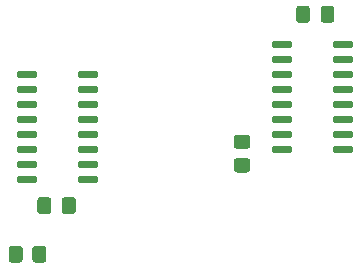
<source format=gbr>
%TF.GenerationSoftware,KiCad,Pcbnew,(5.1.8)-1*%
%TF.CreationDate,2025-07-04T22:22:32+03:00*%
%TF.ProjectId,MUX8x1-1bit,4d555838-7831-42d3-9162-69742e6b6963,rev?*%
%TF.SameCoordinates,Original*%
%TF.FileFunction,Paste,Top*%
%TF.FilePolarity,Positive*%
%FSLAX46Y46*%
G04 Gerber Fmt 4.6, Leading zero omitted, Abs format (unit mm)*
G04 Created by KiCad (PCBNEW (5.1.8)-1) date 2025-07-04 22:22:32*
%MOMM*%
%LPD*%
G01*
G04 APERTURE LIST*
G04 APERTURE END LIST*
%TO.C,R2*%
G36*
G01*
X79940999Y-43310000D02*
X80841001Y-43310000D01*
G75*
G02*
X81091000Y-43559999I0J-249999D01*
G01*
X81091000Y-44260001D01*
G75*
G02*
X80841001Y-44510000I-249999J0D01*
G01*
X79940999Y-44510000D01*
G75*
G02*
X79691000Y-44260001I0J249999D01*
G01*
X79691000Y-43559999D01*
G75*
G02*
X79940999Y-43310000I249999J0D01*
G01*
G37*
G36*
G01*
X79940999Y-41310000D02*
X80841001Y-41310000D01*
G75*
G02*
X81091000Y-41559999I0J-249999D01*
G01*
X81091000Y-42260001D01*
G75*
G02*
X80841001Y-42510000I-249999J0D01*
G01*
X79940999Y-42510000D01*
G75*
G02*
X79691000Y-42260001I0J249999D01*
G01*
X79691000Y-41559999D01*
G75*
G02*
X79940999Y-41310000I249999J0D01*
G01*
G37*
%TD*%
%TO.C,R1*%
G36*
G01*
X62630000Y-51885001D02*
X62630000Y-50984999D01*
G75*
G02*
X62879999Y-50735000I249999J0D01*
G01*
X63580001Y-50735000D01*
G75*
G02*
X63830000Y-50984999I0J-249999D01*
G01*
X63830000Y-51885001D01*
G75*
G02*
X63580001Y-52135000I-249999J0D01*
G01*
X62879999Y-52135000D01*
G75*
G02*
X62630000Y-51885001I0J249999D01*
G01*
G37*
G36*
G01*
X60630000Y-51885001D02*
X60630000Y-50984999D01*
G75*
G02*
X60879999Y-50735000I249999J0D01*
G01*
X61580001Y-50735000D01*
G75*
G02*
X61830000Y-50984999I0J-249999D01*
G01*
X61830000Y-51885001D01*
G75*
G02*
X61580001Y-52135000I-249999J0D01*
G01*
X60879999Y-52135000D01*
G75*
G02*
X60630000Y-51885001I0J249999D01*
G01*
G37*
%TD*%
%TO.C,U2*%
G36*
G01*
X88060000Y-33805000D02*
X88060000Y-33505000D01*
G75*
G02*
X88210000Y-33355000I150000J0D01*
G01*
X89660000Y-33355000D01*
G75*
G02*
X89810000Y-33505000I0J-150000D01*
G01*
X89810000Y-33805000D01*
G75*
G02*
X89660000Y-33955000I-150000J0D01*
G01*
X88210000Y-33955000D01*
G75*
G02*
X88060000Y-33805000I0J150000D01*
G01*
G37*
G36*
G01*
X88060000Y-35075000D02*
X88060000Y-34775000D01*
G75*
G02*
X88210000Y-34625000I150000J0D01*
G01*
X89660000Y-34625000D01*
G75*
G02*
X89810000Y-34775000I0J-150000D01*
G01*
X89810000Y-35075000D01*
G75*
G02*
X89660000Y-35225000I-150000J0D01*
G01*
X88210000Y-35225000D01*
G75*
G02*
X88060000Y-35075000I0J150000D01*
G01*
G37*
G36*
G01*
X88060000Y-36345000D02*
X88060000Y-36045000D01*
G75*
G02*
X88210000Y-35895000I150000J0D01*
G01*
X89660000Y-35895000D01*
G75*
G02*
X89810000Y-36045000I0J-150000D01*
G01*
X89810000Y-36345000D01*
G75*
G02*
X89660000Y-36495000I-150000J0D01*
G01*
X88210000Y-36495000D01*
G75*
G02*
X88060000Y-36345000I0J150000D01*
G01*
G37*
G36*
G01*
X88060000Y-37615000D02*
X88060000Y-37315000D01*
G75*
G02*
X88210000Y-37165000I150000J0D01*
G01*
X89660000Y-37165000D01*
G75*
G02*
X89810000Y-37315000I0J-150000D01*
G01*
X89810000Y-37615000D01*
G75*
G02*
X89660000Y-37765000I-150000J0D01*
G01*
X88210000Y-37765000D01*
G75*
G02*
X88060000Y-37615000I0J150000D01*
G01*
G37*
G36*
G01*
X88060000Y-38885000D02*
X88060000Y-38585000D01*
G75*
G02*
X88210000Y-38435000I150000J0D01*
G01*
X89660000Y-38435000D01*
G75*
G02*
X89810000Y-38585000I0J-150000D01*
G01*
X89810000Y-38885000D01*
G75*
G02*
X89660000Y-39035000I-150000J0D01*
G01*
X88210000Y-39035000D01*
G75*
G02*
X88060000Y-38885000I0J150000D01*
G01*
G37*
G36*
G01*
X88060000Y-40155000D02*
X88060000Y-39855000D01*
G75*
G02*
X88210000Y-39705000I150000J0D01*
G01*
X89660000Y-39705000D01*
G75*
G02*
X89810000Y-39855000I0J-150000D01*
G01*
X89810000Y-40155000D01*
G75*
G02*
X89660000Y-40305000I-150000J0D01*
G01*
X88210000Y-40305000D01*
G75*
G02*
X88060000Y-40155000I0J150000D01*
G01*
G37*
G36*
G01*
X88060000Y-41425000D02*
X88060000Y-41125000D01*
G75*
G02*
X88210000Y-40975000I150000J0D01*
G01*
X89660000Y-40975000D01*
G75*
G02*
X89810000Y-41125000I0J-150000D01*
G01*
X89810000Y-41425000D01*
G75*
G02*
X89660000Y-41575000I-150000J0D01*
G01*
X88210000Y-41575000D01*
G75*
G02*
X88060000Y-41425000I0J150000D01*
G01*
G37*
G36*
G01*
X88060000Y-42695000D02*
X88060000Y-42395000D01*
G75*
G02*
X88210000Y-42245000I150000J0D01*
G01*
X89660000Y-42245000D01*
G75*
G02*
X89810000Y-42395000I0J-150000D01*
G01*
X89810000Y-42695000D01*
G75*
G02*
X89660000Y-42845000I-150000J0D01*
G01*
X88210000Y-42845000D01*
G75*
G02*
X88060000Y-42695000I0J150000D01*
G01*
G37*
G36*
G01*
X82910000Y-42695000D02*
X82910000Y-42395000D01*
G75*
G02*
X83060000Y-42245000I150000J0D01*
G01*
X84510000Y-42245000D01*
G75*
G02*
X84660000Y-42395000I0J-150000D01*
G01*
X84660000Y-42695000D01*
G75*
G02*
X84510000Y-42845000I-150000J0D01*
G01*
X83060000Y-42845000D01*
G75*
G02*
X82910000Y-42695000I0J150000D01*
G01*
G37*
G36*
G01*
X82910000Y-41425000D02*
X82910000Y-41125000D01*
G75*
G02*
X83060000Y-40975000I150000J0D01*
G01*
X84510000Y-40975000D01*
G75*
G02*
X84660000Y-41125000I0J-150000D01*
G01*
X84660000Y-41425000D01*
G75*
G02*
X84510000Y-41575000I-150000J0D01*
G01*
X83060000Y-41575000D01*
G75*
G02*
X82910000Y-41425000I0J150000D01*
G01*
G37*
G36*
G01*
X82910000Y-40155000D02*
X82910000Y-39855000D01*
G75*
G02*
X83060000Y-39705000I150000J0D01*
G01*
X84510000Y-39705000D01*
G75*
G02*
X84660000Y-39855000I0J-150000D01*
G01*
X84660000Y-40155000D01*
G75*
G02*
X84510000Y-40305000I-150000J0D01*
G01*
X83060000Y-40305000D01*
G75*
G02*
X82910000Y-40155000I0J150000D01*
G01*
G37*
G36*
G01*
X82910000Y-38885000D02*
X82910000Y-38585000D01*
G75*
G02*
X83060000Y-38435000I150000J0D01*
G01*
X84510000Y-38435000D01*
G75*
G02*
X84660000Y-38585000I0J-150000D01*
G01*
X84660000Y-38885000D01*
G75*
G02*
X84510000Y-39035000I-150000J0D01*
G01*
X83060000Y-39035000D01*
G75*
G02*
X82910000Y-38885000I0J150000D01*
G01*
G37*
G36*
G01*
X82910000Y-37615000D02*
X82910000Y-37315000D01*
G75*
G02*
X83060000Y-37165000I150000J0D01*
G01*
X84510000Y-37165000D01*
G75*
G02*
X84660000Y-37315000I0J-150000D01*
G01*
X84660000Y-37615000D01*
G75*
G02*
X84510000Y-37765000I-150000J0D01*
G01*
X83060000Y-37765000D01*
G75*
G02*
X82910000Y-37615000I0J150000D01*
G01*
G37*
G36*
G01*
X82910000Y-36345000D02*
X82910000Y-36045000D01*
G75*
G02*
X83060000Y-35895000I150000J0D01*
G01*
X84510000Y-35895000D01*
G75*
G02*
X84660000Y-36045000I0J-150000D01*
G01*
X84660000Y-36345000D01*
G75*
G02*
X84510000Y-36495000I-150000J0D01*
G01*
X83060000Y-36495000D01*
G75*
G02*
X82910000Y-36345000I0J150000D01*
G01*
G37*
G36*
G01*
X82910000Y-35075000D02*
X82910000Y-34775000D01*
G75*
G02*
X83060000Y-34625000I150000J0D01*
G01*
X84510000Y-34625000D01*
G75*
G02*
X84660000Y-34775000I0J-150000D01*
G01*
X84660000Y-35075000D01*
G75*
G02*
X84510000Y-35225000I-150000J0D01*
G01*
X83060000Y-35225000D01*
G75*
G02*
X82910000Y-35075000I0J150000D01*
G01*
G37*
G36*
G01*
X82910000Y-33805000D02*
X82910000Y-33505000D01*
G75*
G02*
X83060000Y-33355000I150000J0D01*
G01*
X84510000Y-33355000D01*
G75*
G02*
X84660000Y-33505000I0J-150000D01*
G01*
X84660000Y-33805000D01*
G75*
G02*
X84510000Y-33955000I-150000J0D01*
G01*
X83060000Y-33955000D01*
G75*
G02*
X82910000Y-33805000I0J150000D01*
G01*
G37*
%TD*%
%TO.C,U1*%
G36*
G01*
X66470000Y-36345000D02*
X66470000Y-36045000D01*
G75*
G02*
X66620000Y-35895000I150000J0D01*
G01*
X68070000Y-35895000D01*
G75*
G02*
X68220000Y-36045000I0J-150000D01*
G01*
X68220000Y-36345000D01*
G75*
G02*
X68070000Y-36495000I-150000J0D01*
G01*
X66620000Y-36495000D01*
G75*
G02*
X66470000Y-36345000I0J150000D01*
G01*
G37*
G36*
G01*
X66470000Y-37615000D02*
X66470000Y-37315000D01*
G75*
G02*
X66620000Y-37165000I150000J0D01*
G01*
X68070000Y-37165000D01*
G75*
G02*
X68220000Y-37315000I0J-150000D01*
G01*
X68220000Y-37615000D01*
G75*
G02*
X68070000Y-37765000I-150000J0D01*
G01*
X66620000Y-37765000D01*
G75*
G02*
X66470000Y-37615000I0J150000D01*
G01*
G37*
G36*
G01*
X66470000Y-38885000D02*
X66470000Y-38585000D01*
G75*
G02*
X66620000Y-38435000I150000J0D01*
G01*
X68070000Y-38435000D01*
G75*
G02*
X68220000Y-38585000I0J-150000D01*
G01*
X68220000Y-38885000D01*
G75*
G02*
X68070000Y-39035000I-150000J0D01*
G01*
X66620000Y-39035000D01*
G75*
G02*
X66470000Y-38885000I0J150000D01*
G01*
G37*
G36*
G01*
X66470000Y-40155000D02*
X66470000Y-39855000D01*
G75*
G02*
X66620000Y-39705000I150000J0D01*
G01*
X68070000Y-39705000D01*
G75*
G02*
X68220000Y-39855000I0J-150000D01*
G01*
X68220000Y-40155000D01*
G75*
G02*
X68070000Y-40305000I-150000J0D01*
G01*
X66620000Y-40305000D01*
G75*
G02*
X66470000Y-40155000I0J150000D01*
G01*
G37*
G36*
G01*
X66470000Y-41425000D02*
X66470000Y-41125000D01*
G75*
G02*
X66620000Y-40975000I150000J0D01*
G01*
X68070000Y-40975000D01*
G75*
G02*
X68220000Y-41125000I0J-150000D01*
G01*
X68220000Y-41425000D01*
G75*
G02*
X68070000Y-41575000I-150000J0D01*
G01*
X66620000Y-41575000D01*
G75*
G02*
X66470000Y-41425000I0J150000D01*
G01*
G37*
G36*
G01*
X66470000Y-42695000D02*
X66470000Y-42395000D01*
G75*
G02*
X66620000Y-42245000I150000J0D01*
G01*
X68070000Y-42245000D01*
G75*
G02*
X68220000Y-42395000I0J-150000D01*
G01*
X68220000Y-42695000D01*
G75*
G02*
X68070000Y-42845000I-150000J0D01*
G01*
X66620000Y-42845000D01*
G75*
G02*
X66470000Y-42695000I0J150000D01*
G01*
G37*
G36*
G01*
X66470000Y-43965000D02*
X66470000Y-43665000D01*
G75*
G02*
X66620000Y-43515000I150000J0D01*
G01*
X68070000Y-43515000D01*
G75*
G02*
X68220000Y-43665000I0J-150000D01*
G01*
X68220000Y-43965000D01*
G75*
G02*
X68070000Y-44115000I-150000J0D01*
G01*
X66620000Y-44115000D01*
G75*
G02*
X66470000Y-43965000I0J150000D01*
G01*
G37*
G36*
G01*
X66470000Y-45235000D02*
X66470000Y-44935000D01*
G75*
G02*
X66620000Y-44785000I150000J0D01*
G01*
X68070000Y-44785000D01*
G75*
G02*
X68220000Y-44935000I0J-150000D01*
G01*
X68220000Y-45235000D01*
G75*
G02*
X68070000Y-45385000I-150000J0D01*
G01*
X66620000Y-45385000D01*
G75*
G02*
X66470000Y-45235000I0J150000D01*
G01*
G37*
G36*
G01*
X61320000Y-45235000D02*
X61320000Y-44935000D01*
G75*
G02*
X61470000Y-44785000I150000J0D01*
G01*
X62920000Y-44785000D01*
G75*
G02*
X63070000Y-44935000I0J-150000D01*
G01*
X63070000Y-45235000D01*
G75*
G02*
X62920000Y-45385000I-150000J0D01*
G01*
X61470000Y-45385000D01*
G75*
G02*
X61320000Y-45235000I0J150000D01*
G01*
G37*
G36*
G01*
X61320000Y-43965000D02*
X61320000Y-43665000D01*
G75*
G02*
X61470000Y-43515000I150000J0D01*
G01*
X62920000Y-43515000D01*
G75*
G02*
X63070000Y-43665000I0J-150000D01*
G01*
X63070000Y-43965000D01*
G75*
G02*
X62920000Y-44115000I-150000J0D01*
G01*
X61470000Y-44115000D01*
G75*
G02*
X61320000Y-43965000I0J150000D01*
G01*
G37*
G36*
G01*
X61320000Y-42695000D02*
X61320000Y-42395000D01*
G75*
G02*
X61470000Y-42245000I150000J0D01*
G01*
X62920000Y-42245000D01*
G75*
G02*
X63070000Y-42395000I0J-150000D01*
G01*
X63070000Y-42695000D01*
G75*
G02*
X62920000Y-42845000I-150000J0D01*
G01*
X61470000Y-42845000D01*
G75*
G02*
X61320000Y-42695000I0J150000D01*
G01*
G37*
G36*
G01*
X61320000Y-41425000D02*
X61320000Y-41125000D01*
G75*
G02*
X61470000Y-40975000I150000J0D01*
G01*
X62920000Y-40975000D01*
G75*
G02*
X63070000Y-41125000I0J-150000D01*
G01*
X63070000Y-41425000D01*
G75*
G02*
X62920000Y-41575000I-150000J0D01*
G01*
X61470000Y-41575000D01*
G75*
G02*
X61320000Y-41425000I0J150000D01*
G01*
G37*
G36*
G01*
X61320000Y-40155000D02*
X61320000Y-39855000D01*
G75*
G02*
X61470000Y-39705000I150000J0D01*
G01*
X62920000Y-39705000D01*
G75*
G02*
X63070000Y-39855000I0J-150000D01*
G01*
X63070000Y-40155000D01*
G75*
G02*
X62920000Y-40305000I-150000J0D01*
G01*
X61470000Y-40305000D01*
G75*
G02*
X61320000Y-40155000I0J150000D01*
G01*
G37*
G36*
G01*
X61320000Y-38885000D02*
X61320000Y-38585000D01*
G75*
G02*
X61470000Y-38435000I150000J0D01*
G01*
X62920000Y-38435000D01*
G75*
G02*
X63070000Y-38585000I0J-150000D01*
G01*
X63070000Y-38885000D01*
G75*
G02*
X62920000Y-39035000I-150000J0D01*
G01*
X61470000Y-39035000D01*
G75*
G02*
X61320000Y-38885000I0J150000D01*
G01*
G37*
G36*
G01*
X61320000Y-37615000D02*
X61320000Y-37315000D01*
G75*
G02*
X61470000Y-37165000I150000J0D01*
G01*
X62920000Y-37165000D01*
G75*
G02*
X63070000Y-37315000I0J-150000D01*
G01*
X63070000Y-37615000D01*
G75*
G02*
X62920000Y-37765000I-150000J0D01*
G01*
X61470000Y-37765000D01*
G75*
G02*
X61320000Y-37615000I0J150000D01*
G01*
G37*
G36*
G01*
X61320000Y-36345000D02*
X61320000Y-36045000D01*
G75*
G02*
X61470000Y-35895000I150000J0D01*
G01*
X62920000Y-35895000D01*
G75*
G02*
X63070000Y-36045000I0J-150000D01*
G01*
X63070000Y-36345000D01*
G75*
G02*
X62920000Y-36495000I-150000J0D01*
G01*
X61470000Y-36495000D01*
G75*
G02*
X61320000Y-36345000I0J150000D01*
G01*
G37*
%TD*%
%TO.C,C2*%
G36*
G01*
X86142500Y-30640000D02*
X86142500Y-31590000D01*
G75*
G02*
X85892500Y-31840000I-250000J0D01*
G01*
X85217500Y-31840000D01*
G75*
G02*
X84967500Y-31590000I0J250000D01*
G01*
X84967500Y-30640000D01*
G75*
G02*
X85217500Y-30390000I250000J0D01*
G01*
X85892500Y-30390000D01*
G75*
G02*
X86142500Y-30640000I0J-250000D01*
G01*
G37*
G36*
G01*
X88217500Y-30640000D02*
X88217500Y-31590000D01*
G75*
G02*
X87967500Y-31840000I-250000J0D01*
G01*
X87292500Y-31840000D01*
G75*
G02*
X87042500Y-31590000I0J250000D01*
G01*
X87042500Y-30640000D01*
G75*
G02*
X87292500Y-30390000I250000J0D01*
G01*
X87967500Y-30390000D01*
G75*
G02*
X88217500Y-30640000I0J-250000D01*
G01*
G37*
%TD*%
%TO.C,C1*%
G36*
G01*
X64235000Y-46832500D02*
X64235000Y-47782500D01*
G75*
G02*
X63985000Y-48032500I-250000J0D01*
G01*
X63310000Y-48032500D01*
G75*
G02*
X63060000Y-47782500I0J250000D01*
G01*
X63060000Y-46832500D01*
G75*
G02*
X63310000Y-46582500I250000J0D01*
G01*
X63985000Y-46582500D01*
G75*
G02*
X64235000Y-46832500I0J-250000D01*
G01*
G37*
G36*
G01*
X66310000Y-46832500D02*
X66310000Y-47782500D01*
G75*
G02*
X66060000Y-48032500I-250000J0D01*
G01*
X65385000Y-48032500D01*
G75*
G02*
X65135000Y-47782500I0J250000D01*
G01*
X65135000Y-46832500D01*
G75*
G02*
X65385000Y-46582500I250000J0D01*
G01*
X66060000Y-46582500D01*
G75*
G02*
X66310000Y-46832500I0J-250000D01*
G01*
G37*
%TD*%
M02*

</source>
